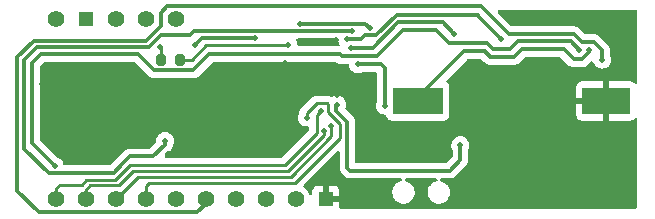
<source format=gbl>
G04 #@! TF.GenerationSoftware,KiCad,Pcbnew,6.0.8-f2edbf62ab~116~ubuntu20.04.1*
G04 #@! TF.CreationDate,2022-10-29T07:55:17+02:00*
G04 #@! TF.ProjectId,tinypico-goodisplay,74696e79-7069-4636-9f2d-676f6f646973,rev?*
G04 #@! TF.SameCoordinates,Original*
G04 #@! TF.FileFunction,Copper,L2,Bot*
G04 #@! TF.FilePolarity,Positive*
%FSLAX46Y46*%
G04 Gerber Fmt 4.6, Leading zero omitted, Abs format (unit mm)*
G04 Created by KiCad (PCBNEW 6.0.8-f2edbf62ab~116~ubuntu20.04.1) date 2022-10-29 07:55:17*
%MOMM*%
%LPD*%
G01*
G04 APERTURE LIST*
G04 Aperture macros list*
%AMRoundRect*
0 Rectangle with rounded corners*
0 $1 Rounding radius*
0 $2 $3 $4 $5 $6 $7 $8 $9 X,Y pos of 4 corners*
0 Add a 4 corners polygon primitive as box body*
4,1,4,$2,$3,$4,$5,$6,$7,$8,$9,$2,$3,0*
0 Add four circle primitives for the rounded corners*
1,1,$1+$1,$2,$3*
1,1,$1+$1,$4,$5*
1,1,$1+$1,$6,$7*
1,1,$1+$1,$8,$9*
0 Add four rect primitives between the rounded corners*
20,1,$1+$1,$2,$3,$4,$5,0*
20,1,$1+$1,$4,$5,$6,$7,0*
20,1,$1+$1,$6,$7,$8,$9,0*
20,1,$1+$1,$8,$9,$2,$3,0*%
G04 Aperture macros list end*
G04 #@! TA.AperFunction,ComponentPad*
%ADD10C,1.422400*%
G04 #@! TD*
G04 #@! TA.AperFunction,ComponentPad*
%ADD11R,1.270000X1.270000*%
G04 #@! TD*
G04 #@! TA.AperFunction,SMDPad,CuDef*
%ADD12R,4.350000X2.300000*%
G04 #@! TD*
G04 #@! TA.AperFunction,SMDPad,CuDef*
%ADD13R,4.040000X2.300000*%
G04 #@! TD*
G04 #@! TA.AperFunction,SMDPad,CuDef*
%ADD14RoundRect,0.200000X0.200000X0.275000X-0.200000X0.275000X-0.200000X-0.275000X0.200000X-0.275000X0*%
G04 #@! TD*
G04 #@! TA.AperFunction,ViaPad*
%ADD15C,0.500000*%
G04 #@! TD*
G04 #@! TA.AperFunction,Conductor*
%ADD16C,0.250000*%
G04 #@! TD*
G04 #@! TA.AperFunction,Conductor*
%ADD17C,0.350000*%
G04 #@! TD*
G04 #@! TA.AperFunction,Conductor*
%ADD18C,0.300000*%
G04 #@! TD*
G04 APERTURE END LIST*
D10*
X76254000Y-36080000D03*
D11*
X78794000Y-36080000D03*
D10*
X81334000Y-36080000D03*
X83874000Y-36080000D03*
X86414000Y-36080000D03*
D11*
X99114000Y-51320000D03*
D10*
X96574000Y-51320000D03*
X94034000Y-51320000D03*
X91494000Y-51320000D03*
X88954000Y-51320000D03*
X86414000Y-51320000D03*
X83874000Y-51320000D03*
X81334000Y-51320000D03*
X78794000Y-51320000D03*
X76254000Y-51320000D03*
D12*
X106895000Y-43000000D03*
D13*
X122860000Y-43000000D03*
D14*
X86775000Y-39500000D03*
X85125000Y-39500000D03*
D15*
X100100000Y-42500000D03*
X95250000Y-44900000D03*
X124250000Y-50150000D03*
X109450000Y-47450000D03*
X114350000Y-51750000D03*
X75050000Y-41550000D03*
X87250000Y-43150000D03*
X85750000Y-47450000D03*
X123100000Y-45550000D03*
X112550000Y-40050000D03*
X99950000Y-37850000D03*
X95700000Y-39750000D03*
X85100000Y-38400000D03*
X95950000Y-38250000D03*
X121400000Y-38700000D03*
X97500000Y-44400000D03*
X99550000Y-45100000D03*
X98950000Y-45550000D03*
X98700000Y-43850000D03*
X88000000Y-38250000D03*
X93100000Y-37650000D03*
X113950000Y-37750000D03*
X100900000Y-37750000D03*
X110500000Y-46750000D03*
X100050000Y-43300000D03*
X101250000Y-38500000D03*
X110000000Y-37350000D03*
X101350000Y-37050000D03*
X104100000Y-43400000D03*
X85500000Y-46400000D03*
X101850000Y-39900000D03*
X102850000Y-36850000D03*
X96950000Y-36450000D03*
X122500000Y-39500000D03*
X76150000Y-48500000D03*
X120550000Y-38650000D03*
D16*
X85125000Y-39500000D02*
X85125000Y-38425000D01*
X85125000Y-38425000D02*
X85100000Y-38400000D01*
X89000000Y-38250000D02*
X87750000Y-39500000D01*
X87750000Y-39500000D02*
X86775000Y-39500000D01*
X95950000Y-38250000D02*
X89000000Y-38250000D01*
D17*
X121400000Y-38850000D02*
X120800000Y-39450000D01*
X120800000Y-39450000D02*
X120100000Y-39450000D01*
X121400000Y-38700000D02*
X121400000Y-38850000D01*
X120100000Y-39450000D02*
X119250000Y-38600000D01*
X115700000Y-38600000D02*
X115050000Y-39250000D01*
X115050000Y-39250000D02*
X113050000Y-39250000D01*
X113050000Y-39250000D02*
X112600000Y-38800000D01*
X110800000Y-38800000D02*
X106895000Y-42705000D01*
X119250000Y-38600000D02*
X115700000Y-38600000D01*
X112600000Y-38800000D02*
X110800000Y-38800000D01*
D16*
X99250000Y-43200000D02*
X98350000Y-43200000D01*
X97500000Y-44050000D02*
X97500000Y-44400000D01*
X93770000Y-49930000D02*
X96520000Y-49930000D01*
X100300000Y-46150000D02*
X100300000Y-44950000D01*
X84170000Y-49930000D02*
X83874000Y-50226000D01*
X98350000Y-43200000D02*
X97500000Y-44050000D01*
X99300000Y-43250000D02*
X99250000Y-43200000D01*
X99650000Y-44300000D02*
X99300000Y-43950000D01*
X99800000Y-44450000D02*
X99650000Y-44300000D01*
X100300000Y-44950000D02*
X99800000Y-44450000D01*
X99300000Y-43950000D02*
X99300000Y-43250000D01*
X93770000Y-49930000D02*
X84170000Y-49930000D01*
X83874000Y-50226000D02*
X83874000Y-51320000D01*
X96520000Y-49930000D02*
X100300000Y-46150000D01*
X99550000Y-46000000D02*
X99550000Y-45100000D01*
X83234000Y-49420000D02*
X93420000Y-49420000D01*
X81350000Y-51304000D02*
X83194000Y-49460000D01*
X81334000Y-51320000D02*
X81350000Y-51304000D01*
X83194000Y-49460000D02*
X83234000Y-49420000D01*
X93420000Y-49420000D02*
X96130000Y-49420000D01*
X96130000Y-49420000D02*
X99550000Y-46000000D01*
X79175000Y-50125000D02*
X78794000Y-50506000D01*
X78794000Y-50506000D02*
X78794000Y-51320000D01*
X95875000Y-48925000D02*
X98950000Y-45850000D01*
X82825000Y-48925000D02*
X81625000Y-50125000D01*
X98950000Y-45850000D02*
X98950000Y-45550000D01*
X93375000Y-48925000D02*
X82825000Y-48925000D01*
X81625000Y-50125000D02*
X79175000Y-50125000D01*
X93375000Y-48925000D02*
X95875000Y-48925000D01*
X78450000Y-50075000D02*
X76575000Y-50075000D01*
X92750000Y-48450000D02*
X95650000Y-48450000D01*
X76254000Y-50396000D02*
X76254000Y-51320000D01*
X82525000Y-48450000D02*
X81300000Y-49675000D01*
X78850000Y-49675000D02*
X78450000Y-50075000D01*
X92750000Y-48450000D02*
X82525000Y-48450000D01*
X98350000Y-44200000D02*
X98700000Y-43850000D01*
X81300000Y-49675000D02*
X78850000Y-49675000D01*
X95650000Y-48450000D02*
X98350000Y-45750000D01*
X98350000Y-45750000D02*
X98350000Y-44200000D01*
X76575000Y-50075000D02*
X76254000Y-50396000D01*
D18*
X88600000Y-37650000D02*
X88000000Y-38250000D01*
X93100000Y-37650000D02*
X88600000Y-37650000D01*
X113950000Y-37750000D02*
X112000000Y-35800000D01*
X112000000Y-35750000D02*
X105100000Y-35750000D01*
X103400000Y-37450000D02*
X102400000Y-37450000D01*
X102100000Y-37750000D02*
X100900000Y-37750000D01*
X112000000Y-35800000D02*
X112000000Y-35750000D01*
X102400000Y-37450000D02*
X102100000Y-37750000D01*
X105100000Y-35750000D02*
X103400000Y-37450000D01*
X100000000Y-43350000D02*
X100050000Y-43300000D01*
X110500000Y-48000000D02*
X109600000Y-48900000D01*
X109600000Y-48900000D02*
X101200000Y-48900000D01*
X100950000Y-48650000D02*
X100950000Y-44800000D01*
X101200000Y-48900000D02*
X100950000Y-48650000D01*
X100000000Y-43850000D02*
X100000000Y-43350000D01*
X110500000Y-46750000D02*
X110500000Y-48000000D01*
X100950000Y-44800000D02*
X100000000Y-43850000D01*
D17*
X109000000Y-36350000D02*
X110000000Y-37350000D01*
X103100000Y-38500000D02*
X101250000Y-38500000D01*
X105250000Y-36350000D02*
X109000000Y-36350000D01*
X105250000Y-36350000D02*
X103100000Y-38500000D01*
D18*
X81900000Y-48350000D02*
X82550000Y-47700000D01*
X84125000Y-38425000D02*
X74675000Y-38425000D01*
X74675000Y-38425000D02*
X73600000Y-39500000D01*
X73600000Y-39500000D02*
X73600000Y-47050000D01*
X82550000Y-47700000D02*
X84500000Y-47700000D01*
X87600000Y-37400000D02*
X87775000Y-37225000D01*
X85500000Y-46700000D02*
X85500000Y-46400000D01*
X75650000Y-49100000D02*
X81150000Y-49100000D01*
X84500000Y-47700000D02*
X85500000Y-46700000D01*
X104100000Y-40200000D02*
X104100000Y-43400000D01*
X81150000Y-49100000D02*
X81900000Y-48350000D01*
X73600000Y-47050000D02*
X75650000Y-49100000D01*
X87950000Y-37050000D02*
X87775000Y-37225000D01*
X101850000Y-39900000D02*
X103800000Y-39900000D01*
X87250000Y-37400000D02*
X87600000Y-37400000D01*
X101350000Y-37050000D02*
X87950000Y-37050000D01*
X85150000Y-37400000D02*
X87250000Y-37400000D01*
X85150000Y-37400000D02*
X84125000Y-38425000D01*
X103800000Y-39900000D02*
X104100000Y-40200000D01*
X96950000Y-36450000D02*
X102450000Y-36450000D01*
X102450000Y-36450000D02*
X102850000Y-36850000D01*
X74800000Y-52400000D02*
X88250000Y-52400000D01*
X73000000Y-39300000D02*
X73000000Y-50600000D01*
X120150000Y-37350000D02*
X114600000Y-37350000D01*
X112250000Y-35000000D02*
X85700000Y-35000000D01*
X122500000Y-39500000D02*
X122500000Y-38700000D01*
X120800000Y-38000000D02*
X120150000Y-37350000D01*
X85700000Y-35000000D02*
X85125000Y-35575000D01*
X74400000Y-37900000D02*
X73000000Y-39300000D01*
X114600000Y-37350000D02*
X112250000Y-35000000D01*
X83850000Y-37900000D02*
X74400000Y-37900000D01*
X73000000Y-50600000D02*
X74800000Y-52400000D01*
X122500000Y-38700000D02*
X121800000Y-38000000D01*
X85125000Y-36625000D02*
X83850000Y-37900000D01*
X88250000Y-52400000D02*
X88954000Y-51696000D01*
X88954000Y-51696000D02*
X88954000Y-51320000D01*
X121800000Y-38000000D02*
X120800000Y-38000000D01*
X85125000Y-35575000D02*
X85125000Y-36625000D01*
D17*
X115350000Y-37950000D02*
X119850000Y-37950000D01*
X103450000Y-39200000D02*
X105650000Y-37000000D01*
X76150000Y-48500000D02*
X74250000Y-46600000D01*
X83200000Y-39000000D02*
X84600000Y-40400000D01*
X75000000Y-39000000D02*
X83200000Y-39000000D01*
X74250000Y-46600000D02*
X74250000Y-39750000D01*
X100450000Y-39200000D02*
X103450000Y-39200000D01*
X113250000Y-38600000D02*
X114700000Y-38600000D01*
X89250000Y-39050000D02*
X100300000Y-39050000D01*
X100300000Y-39050000D02*
X100450000Y-39200000D01*
X114700000Y-38600000D02*
X115350000Y-37950000D01*
X109550000Y-38100000D02*
X112750000Y-38100000D01*
X105650000Y-37000000D02*
X108450000Y-37000000D01*
X74250000Y-39750000D02*
X75000000Y-39000000D01*
X119850000Y-37950000D02*
X120550000Y-38650000D01*
X112750000Y-38100000D02*
X113250000Y-38600000D01*
X108450000Y-37000000D02*
X109550000Y-38100000D01*
X84600000Y-40400000D02*
X87900000Y-40400000D01*
X87900000Y-40400000D02*
X89250000Y-39050000D01*
G04 #@! TA.AperFunction,Conductor*
G36*
X125433621Y-35328502D02*
G01*
X125480114Y-35382158D01*
X125491500Y-35434500D01*
X125491500Y-41440579D01*
X125471498Y-41508700D01*
X125417842Y-41555193D01*
X125347568Y-41565297D01*
X125282988Y-41535803D01*
X125264673Y-41516143D01*
X125248284Y-41494275D01*
X125235724Y-41481715D01*
X125133649Y-41405214D01*
X125118054Y-41396676D01*
X124997606Y-41351522D01*
X124982351Y-41347895D01*
X124931486Y-41342369D01*
X124924672Y-41342000D01*
X123132115Y-41342000D01*
X123116876Y-41346475D01*
X123115671Y-41347865D01*
X123114000Y-41355548D01*
X123114000Y-44639884D01*
X123118475Y-44655123D01*
X123119865Y-44656328D01*
X123127548Y-44657999D01*
X124924669Y-44657999D01*
X124931490Y-44657629D01*
X124982352Y-44652105D01*
X124997604Y-44648479D01*
X125118054Y-44603324D01*
X125133649Y-44594786D01*
X125235724Y-44518285D01*
X125248284Y-44505725D01*
X125264673Y-44483857D01*
X125321532Y-44441341D01*
X125392351Y-44436315D01*
X125454644Y-44470375D01*
X125488635Y-44532705D01*
X125491500Y-44559421D01*
X125491500Y-51985500D01*
X125471498Y-52053621D01*
X125417842Y-52100114D01*
X125365500Y-52111500D01*
X100383000Y-52111500D01*
X100314879Y-52091498D01*
X100268386Y-52037842D01*
X100257000Y-51985500D01*
X100257000Y-51592115D01*
X100252525Y-51576876D01*
X100251135Y-51575671D01*
X100243452Y-51574000D01*
X98986000Y-51574000D01*
X98917879Y-51553998D01*
X98871386Y-51500342D01*
X98860000Y-51448000D01*
X98860000Y-51047885D01*
X99368000Y-51047885D01*
X99372475Y-51063124D01*
X99373865Y-51064329D01*
X99381548Y-51066000D01*
X100238884Y-51066000D01*
X100254123Y-51061525D01*
X100255328Y-51060135D01*
X100256999Y-51052452D01*
X100256999Y-50640331D01*
X100256629Y-50633510D01*
X100251105Y-50582648D01*
X100247479Y-50567396D01*
X100202324Y-50446946D01*
X100193786Y-50431351D01*
X100117285Y-50329276D01*
X100104724Y-50316715D01*
X100002649Y-50240214D01*
X99987054Y-50231676D01*
X99866606Y-50186522D01*
X99851351Y-50182895D01*
X99800486Y-50177369D01*
X99793672Y-50177000D01*
X99386115Y-50177000D01*
X99370876Y-50181475D01*
X99369671Y-50182865D01*
X99368000Y-50190548D01*
X99368000Y-51047885D01*
X98860000Y-51047885D01*
X98860000Y-50195116D01*
X98855525Y-50179877D01*
X98854135Y-50178672D01*
X98846452Y-50177001D01*
X98434331Y-50177001D01*
X98427510Y-50177371D01*
X98376648Y-50182895D01*
X98361396Y-50186521D01*
X98240946Y-50231676D01*
X98225351Y-50240214D01*
X98123276Y-50316715D01*
X98110715Y-50329276D01*
X98034214Y-50431351D01*
X98025676Y-50446946D01*
X97980522Y-50567394D01*
X97976895Y-50582649D01*
X97971369Y-50633514D01*
X97971000Y-50640328D01*
X97971000Y-50865261D01*
X97950998Y-50933382D01*
X97897342Y-50979875D01*
X97827068Y-50989979D01*
X97762488Y-50960485D01*
X97726598Y-50908354D01*
X97725945Y-50906561D01*
X97724521Y-50901245D01*
X97668176Y-50780412D01*
X97636652Y-50712808D01*
X97636649Y-50712803D01*
X97634326Y-50707821D01*
X97628561Y-50699588D01*
X97515072Y-50537508D01*
X97515070Y-50537505D01*
X97511913Y-50532997D01*
X97361003Y-50382087D01*
X97356492Y-50378928D01*
X97250397Y-50304639D01*
X97206069Y-50249181D01*
X97198760Y-50178562D01*
X97233573Y-50112331D01*
X100076405Y-47269499D01*
X100138717Y-47235473D01*
X100209532Y-47240538D01*
X100266368Y-47283085D01*
X100291179Y-47349605D01*
X100291500Y-47358594D01*
X100291500Y-48567944D01*
X100290941Y-48579800D01*
X100289212Y-48587537D01*
X100289461Y-48595459D01*
X100291438Y-48658369D01*
X100291500Y-48662327D01*
X100291500Y-48691432D01*
X100292056Y-48695832D01*
X100292988Y-48707664D01*
X100294438Y-48753831D01*
X100296650Y-48761444D01*
X100296650Y-48761445D01*
X100300419Y-48774416D01*
X100304430Y-48793782D01*
X100307118Y-48815064D01*
X100310034Y-48822429D01*
X100310035Y-48822433D01*
X100324126Y-48858021D01*
X100327965Y-48869231D01*
X100340855Y-48913600D01*
X100351775Y-48932065D01*
X100360466Y-48949805D01*
X100368365Y-48969756D01*
X100395516Y-49007126D01*
X100402033Y-49017048D01*
X100421507Y-49049977D01*
X100421510Y-49049981D01*
X100425547Y-49056807D01*
X100440711Y-49071971D01*
X100453551Y-49087004D01*
X100466159Y-49104357D01*
X100472265Y-49109408D01*
X100501759Y-49133808D01*
X100510538Y-49141798D01*
X100676341Y-49307601D01*
X100684329Y-49316379D01*
X100684338Y-49316389D01*
X100688584Y-49323080D01*
X100694360Y-49328504D01*
X100740273Y-49371619D01*
X100743115Y-49374374D01*
X100763667Y-49394926D01*
X100766801Y-49397357D01*
X100767163Y-49397638D01*
X100776191Y-49405348D01*
X100809867Y-49436972D01*
X100816818Y-49440793D01*
X100816819Y-49440794D01*
X100828655Y-49447301D01*
X100845184Y-49458158D01*
X100855869Y-49466447D01*
X100855871Y-49466448D01*
X100862131Y-49471304D01*
X100904544Y-49489657D01*
X100915181Y-49494868D01*
X100955663Y-49517124D01*
X100963342Y-49519096D01*
X100963343Y-49519096D01*
X100976434Y-49522457D01*
X100995136Y-49528859D01*
X101014823Y-49537379D01*
X101022652Y-49538619D01*
X101060448Y-49544605D01*
X101072074Y-49547013D01*
X101109135Y-49556529D01*
X101109136Y-49556529D01*
X101116812Y-49558500D01*
X101138258Y-49558500D01*
X101157968Y-49560051D01*
X101179151Y-49563406D01*
X101225135Y-49559059D01*
X101236994Y-49558500D01*
X105451264Y-49558500D01*
X105519385Y-49578502D01*
X105565878Y-49632158D01*
X105575982Y-49702432D01*
X105546488Y-49767012D01*
X105488943Y-49804734D01*
X105314037Y-49859546D01*
X105144705Y-49953409D01*
X105139857Y-49957565D01*
X105139856Y-49957565D01*
X105007557Y-50070959D01*
X104997705Y-50079403D01*
X104993788Y-50084453D01*
X104907949Y-50195116D01*
X104879042Y-50232382D01*
X104793564Y-50406098D01*
X104791956Y-50412272D01*
X104791955Y-50412274D01*
X104747575Y-50582649D01*
X104744761Y-50593453D01*
X104744427Y-50599832D01*
X104736112Y-50758500D01*
X104734629Y-50786794D01*
X104763580Y-50978224D01*
X104765783Y-50984210D01*
X104765784Y-50984216D01*
X104795875Y-51066000D01*
X104830432Y-51159922D01*
X104833790Y-51165338D01*
X104833792Y-51165342D01*
X104929091Y-51319044D01*
X104929094Y-51319048D01*
X104932454Y-51324467D01*
X104936840Y-51329105D01*
X105008380Y-51404756D01*
X105065479Y-51465137D01*
X105224072Y-51576185D01*
X105401755Y-51653076D01*
X105591271Y-51692667D01*
X105597624Y-51693000D01*
X105739788Y-51693000D01*
X105808074Y-51686064D01*
X105877667Y-51678995D01*
X105877668Y-51678995D01*
X105884016Y-51678350D01*
X106068763Y-51620454D01*
X106238095Y-51526591D01*
X106262317Y-51505830D01*
X106380243Y-51404756D01*
X106380245Y-51404754D01*
X106385095Y-51400597D01*
X106448354Y-51319044D01*
X106499842Y-51252667D01*
X106499844Y-51252664D01*
X106503758Y-51247618D01*
X106589236Y-51073902D01*
X106591295Y-51066000D01*
X106636429Y-50892728D01*
X106638039Y-50886547D01*
X106642097Y-50809115D01*
X106647837Y-50699588D01*
X106647837Y-50699584D01*
X106648171Y-50693206D01*
X106619220Y-50501776D01*
X106617017Y-50495790D01*
X106617016Y-50495784D01*
X106574021Y-50378928D01*
X106552368Y-50320078D01*
X106549010Y-50314662D01*
X106549008Y-50314658D01*
X106453709Y-50160956D01*
X106453706Y-50160952D01*
X106450346Y-50155533D01*
X106383129Y-50084453D01*
X106321710Y-50019504D01*
X106321709Y-50019503D01*
X106317321Y-50014863D01*
X106158728Y-49903815D01*
X105981045Y-49826924D01*
X105889678Y-49807837D01*
X105827087Y-49774328D01*
X105792549Y-49712299D01*
X105797029Y-49641444D01*
X105839105Y-49584259D01*
X105905418Y-49558900D01*
X105915444Y-49558500D01*
X108448464Y-49558500D01*
X108516585Y-49578502D01*
X108563078Y-49632158D01*
X108573182Y-49702432D01*
X108543688Y-49767012D01*
X108486143Y-49804734D01*
X108311237Y-49859546D01*
X108141905Y-49953409D01*
X108137057Y-49957565D01*
X108137056Y-49957565D01*
X108004757Y-50070959D01*
X107994905Y-50079403D01*
X107990988Y-50084453D01*
X107905149Y-50195116D01*
X107876242Y-50232382D01*
X107790764Y-50406098D01*
X107789156Y-50412272D01*
X107789155Y-50412274D01*
X107744775Y-50582649D01*
X107741961Y-50593453D01*
X107741627Y-50599832D01*
X107733312Y-50758500D01*
X107731829Y-50786794D01*
X107760780Y-50978224D01*
X107762983Y-50984210D01*
X107762984Y-50984216D01*
X107793075Y-51066000D01*
X107827632Y-51159922D01*
X107830990Y-51165338D01*
X107830992Y-51165342D01*
X107926291Y-51319044D01*
X107926294Y-51319048D01*
X107929654Y-51324467D01*
X107934040Y-51329105D01*
X108005580Y-51404756D01*
X108062679Y-51465137D01*
X108221272Y-51576185D01*
X108398955Y-51653076D01*
X108588471Y-51692667D01*
X108594824Y-51693000D01*
X108736988Y-51693000D01*
X108805274Y-51686064D01*
X108874867Y-51678995D01*
X108874868Y-51678995D01*
X108881216Y-51678350D01*
X109065963Y-51620454D01*
X109235295Y-51526591D01*
X109259517Y-51505830D01*
X109377443Y-51404756D01*
X109377445Y-51404754D01*
X109382295Y-51400597D01*
X109445554Y-51319044D01*
X109497042Y-51252667D01*
X109497044Y-51252664D01*
X109500958Y-51247618D01*
X109586436Y-51073902D01*
X109588495Y-51066000D01*
X109633629Y-50892728D01*
X109635239Y-50886547D01*
X109639297Y-50809115D01*
X109645037Y-50699588D01*
X109645037Y-50699584D01*
X109645371Y-50693206D01*
X109616420Y-50501776D01*
X109614217Y-50495790D01*
X109614216Y-50495784D01*
X109571221Y-50378928D01*
X109549568Y-50320078D01*
X109546210Y-50314662D01*
X109546208Y-50314658D01*
X109450909Y-50160956D01*
X109450906Y-50160952D01*
X109447546Y-50155533D01*
X109380329Y-50084453D01*
X109318910Y-50019504D01*
X109318909Y-50019503D01*
X109314521Y-50014863D01*
X109155928Y-49903815D01*
X108978245Y-49826924D01*
X108886878Y-49807837D01*
X108824287Y-49774328D01*
X108789749Y-49712299D01*
X108794229Y-49641444D01*
X108836305Y-49584259D01*
X108902618Y-49558900D01*
X108912644Y-49558500D01*
X109517944Y-49558500D01*
X109529800Y-49559059D01*
X109529803Y-49559059D01*
X109537537Y-49560788D01*
X109608369Y-49558562D01*
X109612327Y-49558500D01*
X109641432Y-49558500D01*
X109645832Y-49557944D01*
X109657664Y-49557012D01*
X109703831Y-49555562D01*
X109724421Y-49549580D01*
X109743782Y-49545570D01*
X109751424Y-49544605D01*
X109757204Y-49543875D01*
X109757205Y-49543875D01*
X109765064Y-49542882D01*
X109772429Y-49539966D01*
X109772433Y-49539965D01*
X109808021Y-49525874D01*
X109819231Y-49522035D01*
X109863600Y-49509145D01*
X109882065Y-49498225D01*
X109899805Y-49489534D01*
X109919756Y-49481635D01*
X109957129Y-49454482D01*
X109967048Y-49447967D01*
X109999977Y-49428493D01*
X109999981Y-49428490D01*
X110006807Y-49424453D01*
X110021971Y-49409289D01*
X110037005Y-49396448D01*
X110047943Y-49388501D01*
X110054357Y-49383841D01*
X110083803Y-49348247D01*
X110091792Y-49339468D01*
X110907605Y-48523655D01*
X110916385Y-48515665D01*
X110916387Y-48515663D01*
X110923080Y-48511416D01*
X110971605Y-48459742D01*
X110974359Y-48456901D01*
X110994927Y-48436333D01*
X110997647Y-48432826D01*
X111005353Y-48423804D01*
X111036972Y-48390133D01*
X111040794Y-48383181D01*
X111047303Y-48371342D01*
X111058157Y-48354818D01*
X111066443Y-48344135D01*
X111066444Y-48344134D01*
X111071304Y-48337868D01*
X111089654Y-48295464D01*
X111094869Y-48284819D01*
X111117124Y-48244337D01*
X111119094Y-48236663D01*
X111119097Y-48236656D01*
X111122455Y-48223574D01*
X111128861Y-48204862D01*
X111134233Y-48192448D01*
X111137380Y-48185177D01*
X111138700Y-48176846D01*
X111144607Y-48139544D01*
X111147012Y-48127930D01*
X111158500Y-48083188D01*
X111158500Y-48061742D01*
X111160051Y-48042032D01*
X111162166Y-48028678D01*
X111162166Y-48028677D01*
X111163406Y-48020848D01*
X111159059Y-47974859D01*
X111158500Y-47963004D01*
X111158500Y-47167343D01*
X111172434Y-47109747D01*
X111174990Y-47104773D01*
X111178891Y-47098902D01*
X111239319Y-46939825D01*
X111263001Y-46771313D01*
X111263165Y-46759574D01*
X111263244Y-46753961D01*
X111263244Y-46753955D01*
X111263299Y-46750000D01*
X111244331Y-46580892D01*
X111188368Y-46420189D01*
X111182383Y-46410610D01*
X111146877Y-46353790D01*
X111098192Y-46275879D01*
X110978286Y-46155132D01*
X110962039Y-46144821D01*
X110844437Y-46070189D01*
X110834608Y-46063951D01*
X110674300Y-46006868D01*
X110505329Y-45986720D01*
X110498326Y-45987456D01*
X110498325Y-45987456D01*
X110343101Y-46003770D01*
X110343097Y-46003771D01*
X110336093Y-46004507D01*
X110329422Y-46006778D01*
X110181673Y-46057075D01*
X110181670Y-46057076D01*
X110175003Y-46059346D01*
X110169005Y-46063036D01*
X110169003Y-46063037D01*
X110036065Y-46144821D01*
X110036063Y-46144823D01*
X110030066Y-46148512D01*
X109908486Y-46267573D01*
X109904675Y-46273487D01*
X109904673Y-46273489D01*
X109825491Y-46396355D01*
X109816304Y-46410610D01*
X109758103Y-46570516D01*
X109736775Y-46739343D01*
X109753381Y-46908699D01*
X109807094Y-47070167D01*
X109810741Y-47076189D01*
X109810742Y-47076191D01*
X109823276Y-47096887D01*
X109841500Y-47162158D01*
X109841500Y-47675050D01*
X109821498Y-47743171D01*
X109804595Y-47764146D01*
X109364144Y-48204596D01*
X109301832Y-48238621D01*
X109275049Y-48241500D01*
X101734500Y-48241500D01*
X101666379Y-48221498D01*
X101619886Y-48167842D01*
X101608500Y-48115500D01*
X101608500Y-44882059D01*
X101609059Y-44870203D01*
X101610789Y-44862463D01*
X101608562Y-44791611D01*
X101608500Y-44787653D01*
X101608500Y-44758568D01*
X101607946Y-44754179D01*
X101607013Y-44742337D01*
X101605811Y-44704094D01*
X101605562Y-44696169D01*
X101599580Y-44675579D01*
X101595570Y-44656216D01*
X101593875Y-44642796D01*
X101593875Y-44642795D01*
X101592882Y-44634936D01*
X101589966Y-44627571D01*
X101589965Y-44627567D01*
X101575874Y-44591979D01*
X101572035Y-44580769D01*
X101559145Y-44536400D01*
X101548225Y-44517935D01*
X101539534Y-44500195D01*
X101531635Y-44480244D01*
X101504482Y-44442871D01*
X101497967Y-44432952D01*
X101478493Y-44400023D01*
X101478490Y-44400019D01*
X101474453Y-44393193D01*
X101459289Y-44378029D01*
X101446448Y-44362995D01*
X101438501Y-44352057D01*
X101433841Y-44345643D01*
X101398247Y-44316197D01*
X101389468Y-44308208D01*
X100786880Y-43705620D01*
X100752854Y-43643308D01*
X100758187Y-43571782D01*
X100786815Y-43496417D01*
X100786815Y-43496416D01*
X100789319Y-43489825D01*
X100813001Y-43321313D01*
X100813299Y-43300000D01*
X100794331Y-43130892D01*
X100738368Y-42970189D01*
X100648192Y-42825879D01*
X100528286Y-42705132D01*
X100513043Y-42695458D01*
X100472810Y-42669926D01*
X100384608Y-42613951D01*
X100224300Y-42556868D01*
X100055329Y-42536720D01*
X100048326Y-42537456D01*
X100048325Y-42537456D01*
X99893101Y-42553770D01*
X99893097Y-42553771D01*
X99886093Y-42554507D01*
X99879422Y-42556778D01*
X99731673Y-42607075D01*
X99731670Y-42607076D01*
X99725003Y-42609346D01*
X99719004Y-42613036D01*
X99719003Y-42613037D01*
X99679780Y-42637167D01*
X99611278Y-42655825D01*
X99563719Y-42645486D01*
X99534460Y-42632825D01*
X99523813Y-42627609D01*
X99485060Y-42606305D01*
X99465437Y-42601267D01*
X99446734Y-42594863D01*
X99435420Y-42589967D01*
X99435419Y-42589967D01*
X99428145Y-42586819D01*
X99420322Y-42585580D01*
X99420312Y-42585577D01*
X99384476Y-42579901D01*
X99372856Y-42577495D01*
X99337711Y-42568472D01*
X99337710Y-42568472D01*
X99330030Y-42566500D01*
X99309776Y-42566500D01*
X99290065Y-42564949D01*
X99277886Y-42563020D01*
X99270057Y-42561780D01*
X99240786Y-42564547D01*
X99226039Y-42565941D01*
X99214181Y-42566500D01*
X98428768Y-42566500D01*
X98417585Y-42565973D01*
X98410092Y-42564298D01*
X98402166Y-42564547D01*
X98402165Y-42564547D01*
X98342002Y-42566438D01*
X98338044Y-42566500D01*
X98310144Y-42566500D01*
X98306154Y-42567004D01*
X98294320Y-42567936D01*
X98250111Y-42569326D01*
X98242495Y-42571539D01*
X98242493Y-42571539D01*
X98230652Y-42574979D01*
X98211293Y-42578988D01*
X98209983Y-42579154D01*
X98191203Y-42581526D01*
X98183837Y-42584442D01*
X98183831Y-42584444D01*
X98150098Y-42597800D01*
X98138868Y-42601645D01*
X98104017Y-42611770D01*
X98096407Y-42613981D01*
X98089584Y-42618016D01*
X98078966Y-42624295D01*
X98061213Y-42632992D01*
X98053568Y-42636019D01*
X98042383Y-42640448D01*
X98035968Y-42645109D01*
X98006612Y-42666437D01*
X97996695Y-42672951D01*
X97958638Y-42695458D01*
X97944317Y-42709779D01*
X97929284Y-42722619D01*
X97912893Y-42734528D01*
X97907842Y-42740633D01*
X97907837Y-42740638D01*
X97884701Y-42768604D01*
X97876713Y-42777382D01*
X97107747Y-43546348D01*
X97099461Y-43553888D01*
X97092982Y-43558000D01*
X97087557Y-43563777D01*
X97046357Y-43607651D01*
X97043602Y-43610493D01*
X97023865Y-43630230D01*
X97021385Y-43633427D01*
X97013682Y-43642447D01*
X96983414Y-43674679D01*
X96979595Y-43681625D01*
X96979593Y-43681628D01*
X96973652Y-43692434D01*
X96962801Y-43708953D01*
X96950386Y-43724959D01*
X96947241Y-43732228D01*
X96947238Y-43732232D01*
X96932826Y-43765537D01*
X96927609Y-43776187D01*
X96906305Y-43814940D01*
X96904334Y-43822615D01*
X96904334Y-43822616D01*
X96901267Y-43834562D01*
X96894863Y-43853266D01*
X96886819Y-43871855D01*
X96885580Y-43879678D01*
X96885577Y-43879688D01*
X96879901Y-43915524D01*
X96877495Y-43927144D01*
X96866500Y-43969969D01*
X96864268Y-43969396D01*
X96850234Y-44007961D01*
X96816304Y-44060610D01*
X96813894Y-44067232D01*
X96767511Y-44194669D01*
X96758103Y-44220516D01*
X96736775Y-44389343D01*
X96753381Y-44558699D01*
X96755605Y-44565384D01*
X96755605Y-44565385D01*
X96768226Y-44603324D01*
X96807094Y-44720167D01*
X96810741Y-44726189D01*
X96810742Y-44726191D01*
X96830351Y-44758568D01*
X96895246Y-44865723D01*
X97013455Y-44988132D01*
X97155846Y-45081310D01*
X97162450Y-45083766D01*
X97162452Y-45083767D01*
X97235594Y-45110968D01*
X97315341Y-45140626D01*
X97484015Y-45163132D01*
X97491026Y-45162494D01*
X97491030Y-45162494D01*
X97543077Y-45157757D01*
X97579081Y-45154480D01*
X97648733Y-45168225D01*
X97699898Y-45217446D01*
X97716500Y-45279961D01*
X97716500Y-45435406D01*
X97696498Y-45503527D01*
X97679595Y-45524501D01*
X95424500Y-47779595D01*
X95362188Y-47813621D01*
X95335405Y-47816500D01*
X85618950Y-47816500D01*
X85550829Y-47796498D01*
X85504336Y-47742842D01*
X85494232Y-47672568D01*
X85523726Y-47607988D01*
X85529855Y-47601405D01*
X85907605Y-47223655D01*
X85916385Y-47215665D01*
X85916387Y-47215663D01*
X85923080Y-47211416D01*
X85971605Y-47159742D01*
X85974359Y-47156901D01*
X85994927Y-47136333D01*
X85997647Y-47132826D01*
X86005353Y-47123804D01*
X86006083Y-47123027D01*
X86036972Y-47090133D01*
X86043657Y-47077973D01*
X86047303Y-47071342D01*
X86058157Y-47054818D01*
X86066445Y-47044132D01*
X86071304Y-47037868D01*
X86074452Y-47030594D01*
X86089654Y-46995465D01*
X86094876Y-46984805D01*
X86113305Y-46951284D01*
X86113306Y-46951282D01*
X86117124Y-46944337D01*
X86122459Y-46923559D01*
X86128858Y-46904869D01*
X86137380Y-46885176D01*
X86144606Y-46839552D01*
X86147013Y-46827930D01*
X86154705Y-46797970D01*
X86171799Y-46759577D01*
X86178891Y-46748902D01*
X86239319Y-46589825D01*
X86263001Y-46421313D01*
X86263151Y-46410610D01*
X86263244Y-46403961D01*
X86263244Y-46403955D01*
X86263299Y-46400000D01*
X86244331Y-46230892D01*
X86188368Y-46070189D01*
X86182383Y-46060610D01*
X86136210Y-45986720D01*
X86098192Y-45925879D01*
X85978286Y-45805132D01*
X85962039Y-45794821D01*
X85923406Y-45770304D01*
X85834608Y-45713951D01*
X85674300Y-45656868D01*
X85505329Y-45636720D01*
X85498326Y-45637456D01*
X85498325Y-45637456D01*
X85343101Y-45653770D01*
X85343097Y-45653771D01*
X85336093Y-45654507D01*
X85329422Y-45656778D01*
X85181673Y-45707075D01*
X85181670Y-45707076D01*
X85175003Y-45709346D01*
X85169005Y-45713036D01*
X85169003Y-45713037D01*
X85036065Y-45794821D01*
X85036063Y-45794823D01*
X85030066Y-45798512D01*
X84908486Y-45917573D01*
X84904675Y-45923487D01*
X84904673Y-45923489D01*
X84820121Y-46054687D01*
X84816304Y-46060610D01*
X84758103Y-46220516D01*
X84736775Y-46389343D01*
X84743699Y-46459954D01*
X84730440Y-46529701D01*
X84707395Y-46561345D01*
X84264145Y-47004595D01*
X84201833Y-47038621D01*
X84175050Y-47041500D01*
X82632059Y-47041500D01*
X82620203Y-47040941D01*
X82612463Y-47039211D01*
X82604537Y-47039460D01*
X82604536Y-47039460D01*
X82541611Y-47041438D01*
X82537653Y-47041500D01*
X82508568Y-47041500D01*
X82504637Y-47041997D01*
X82504630Y-47041997D01*
X82504179Y-47042054D01*
X82492343Y-47042986D01*
X82446169Y-47044438D01*
X82425579Y-47050420D01*
X82406218Y-47054430D01*
X82403144Y-47054818D01*
X82392796Y-47056125D01*
X82392795Y-47056125D01*
X82384936Y-47057118D01*
X82377571Y-47060034D01*
X82377567Y-47060035D01*
X82341979Y-47074126D01*
X82330769Y-47077965D01*
X82286400Y-47090855D01*
X82267935Y-47101775D01*
X82250195Y-47110466D01*
X82230244Y-47118365D01*
X82192874Y-47145516D01*
X82182952Y-47152033D01*
X82150023Y-47171507D01*
X82150019Y-47171510D01*
X82143193Y-47175547D01*
X82128029Y-47190711D01*
X82112996Y-47203551D01*
X82095643Y-47216159D01*
X82075475Y-47240538D01*
X82066198Y-47251752D01*
X82058208Y-47260532D01*
X80914144Y-48404596D01*
X80851832Y-48438621D01*
X80825049Y-48441500D01*
X77019240Y-48441500D01*
X76951119Y-48421498D01*
X76904626Y-48367842D01*
X76896372Y-48343418D01*
X76895116Y-48337890D01*
X76894331Y-48330892D01*
X76838368Y-48170189D01*
X76748192Y-48025879D01*
X76628286Y-47905132D01*
X76484608Y-47813951D01*
X76427430Y-47793591D01*
X76380602Y-47763987D01*
X74970405Y-46353790D01*
X74936379Y-46291478D01*
X74933500Y-46264695D01*
X74933500Y-40085305D01*
X74953502Y-40017184D01*
X74970405Y-39996210D01*
X75246210Y-39720405D01*
X75308522Y-39686379D01*
X75335305Y-39683500D01*
X82864695Y-39683500D01*
X82932816Y-39703502D01*
X82953790Y-39720405D01*
X84096844Y-40863459D01*
X84102698Y-40869724D01*
X84139290Y-40911670D01*
X84189655Y-40947066D01*
X84194920Y-40950978D01*
X84243328Y-40988935D01*
X84250252Y-40992061D01*
X84254561Y-40994671D01*
X84263976Y-41000042D01*
X84268424Y-41002427D01*
X84274639Y-41006795D01*
X84331957Y-41029142D01*
X84338029Y-41031694D01*
X84394105Y-41057014D01*
X84401582Y-41058400D01*
X84406402Y-41059910D01*
X84416818Y-41062878D01*
X84421698Y-41064131D01*
X84428772Y-41066889D01*
X84436303Y-41067881D01*
X84436305Y-41067881D01*
X84489777Y-41074921D01*
X84496290Y-41075953D01*
X84549299Y-41085777D01*
X84549301Y-41085777D01*
X84556768Y-41087161D01*
X84564349Y-41086724D01*
X84564350Y-41086724D01*
X84616643Y-41083709D01*
X84623895Y-41083500D01*
X87871955Y-41083500D01*
X87880524Y-41083792D01*
X87928458Y-41087060D01*
X87928462Y-41087060D01*
X87936034Y-41087576D01*
X87943511Y-41086271D01*
X87943514Y-41086271D01*
X87996647Y-41076998D01*
X88003171Y-41076035D01*
X88056691Y-41069558D01*
X88064235Y-41068645D01*
X88071345Y-41065958D01*
X88076248Y-41064754D01*
X88086734Y-41061886D01*
X88091526Y-41060439D01*
X88099004Y-41059134D01*
X88105957Y-41056082D01*
X88155341Y-41034405D01*
X88161446Y-41031914D01*
X88211882Y-41012855D01*
X88211885Y-41012853D01*
X88218989Y-41010169D01*
X88225246Y-41005869D01*
X88229714Y-41003533D01*
X88239160Y-40998275D01*
X88243526Y-40995693D01*
X88250485Y-40992638D01*
X88299304Y-40955177D01*
X88304623Y-40951314D01*
X88349065Y-40920769D01*
X88355326Y-40916466D01*
X88395233Y-40871676D01*
X88400213Y-40866402D01*
X89496210Y-39770405D01*
X89558522Y-39736379D01*
X89585305Y-39733500D01*
X99979122Y-39733500D01*
X100047243Y-39753502D01*
X100056868Y-39760346D01*
X100093328Y-39788935D01*
X100100252Y-39792061D01*
X100104561Y-39794671D01*
X100113976Y-39800042D01*
X100118424Y-39802427D01*
X100124639Y-39806795D01*
X100158937Y-39820167D01*
X100181957Y-39829142D01*
X100188029Y-39831694D01*
X100244105Y-39857014D01*
X100251582Y-39858400D01*
X100256402Y-39859910D01*
X100266835Y-39862882D01*
X100271696Y-39864130D01*
X100278772Y-39866889D01*
X100331482Y-39873828D01*
X100339762Y-39874918D01*
X100346278Y-39875950D01*
X100369970Y-39880341D01*
X100406767Y-39887161D01*
X100414347Y-39886724D01*
X100414348Y-39886724D01*
X100466642Y-39883709D01*
X100473894Y-39883500D01*
X100971952Y-39883500D01*
X101040073Y-39903502D01*
X101086566Y-39957158D01*
X101097351Y-39997204D01*
X101103381Y-40058699D01*
X101105605Y-40065384D01*
X101105605Y-40065385D01*
X101118163Y-40103136D01*
X101157094Y-40220167D01*
X101160741Y-40226189D01*
X101160742Y-40226191D01*
X101188909Y-40272699D01*
X101245246Y-40365723D01*
X101363455Y-40488132D01*
X101369351Y-40491990D01*
X101498146Y-40576271D01*
X101505846Y-40581310D01*
X101512450Y-40583766D01*
X101512452Y-40583767D01*
X101548844Y-40597301D01*
X101665341Y-40640626D01*
X101834015Y-40663132D01*
X101841026Y-40662494D01*
X101841030Y-40662494D01*
X101996462Y-40648348D01*
X102003483Y-40647709D01*
X102010185Y-40645531D01*
X102010187Y-40645531D01*
X102158623Y-40597301D01*
X102158626Y-40597300D01*
X102165322Y-40595124D01*
X102196948Y-40576271D01*
X102261466Y-40558500D01*
X103315500Y-40558500D01*
X103383621Y-40578502D01*
X103430114Y-40632158D01*
X103441500Y-40684500D01*
X103441500Y-42984430D01*
X103422751Y-43048129D01*
X103423253Y-43048378D01*
X103421839Y-43051226D01*
X103421409Y-43052688D01*
X103420123Y-43054683D01*
X103420121Y-43054688D01*
X103416304Y-43060610D01*
X103358103Y-43220516D01*
X103336775Y-43389343D01*
X103353381Y-43558699D01*
X103407094Y-43720167D01*
X103410741Y-43726189D01*
X103410742Y-43726191D01*
X103487702Y-43853266D01*
X103495246Y-43865723D01*
X103613455Y-43988132D01*
X103684650Y-44034721D01*
X103734333Y-44067232D01*
X103755846Y-44081310D01*
X103762450Y-44083766D01*
X103762452Y-44083767D01*
X103835594Y-44110968D01*
X103915341Y-44140626D01*
X104084015Y-44163132D01*
X104091032Y-44162493D01*
X104098073Y-44162641D01*
X104098011Y-44165587D01*
X104154746Y-44176810D01*
X104205888Y-44226054D01*
X104217814Y-44256255D01*
X104218255Y-44260316D01*
X104269385Y-44396705D01*
X104356739Y-44513261D01*
X104473295Y-44600615D01*
X104609684Y-44651745D01*
X104671866Y-44658500D01*
X109118134Y-44658500D01*
X109180316Y-44651745D01*
X109316705Y-44600615D01*
X109433261Y-44513261D01*
X109520615Y-44396705D01*
X109571745Y-44260316D01*
X109578500Y-44198134D01*
X109578500Y-44194669D01*
X120332001Y-44194669D01*
X120332371Y-44201490D01*
X120337895Y-44252352D01*
X120341521Y-44267604D01*
X120386676Y-44388054D01*
X120395214Y-44403649D01*
X120471715Y-44505724D01*
X120484276Y-44518285D01*
X120586351Y-44594786D01*
X120601946Y-44603324D01*
X120722394Y-44648478D01*
X120737649Y-44652105D01*
X120788514Y-44657631D01*
X120795328Y-44658000D01*
X122587885Y-44658000D01*
X122603124Y-44653525D01*
X122604329Y-44652135D01*
X122606000Y-44644452D01*
X122606000Y-43272115D01*
X122601525Y-43256876D01*
X122600135Y-43255671D01*
X122592452Y-43254000D01*
X120350116Y-43254000D01*
X120334877Y-43258475D01*
X120333672Y-43259865D01*
X120332001Y-43267548D01*
X120332001Y-44194669D01*
X109578500Y-44194669D01*
X109578500Y-42727885D01*
X120332000Y-42727885D01*
X120336475Y-42743124D01*
X120337865Y-42744329D01*
X120345548Y-42746000D01*
X122587885Y-42746000D01*
X122603124Y-42741525D01*
X122604329Y-42740135D01*
X122606000Y-42732452D01*
X122606000Y-41360116D01*
X122601525Y-41344877D01*
X122600135Y-41343672D01*
X122592452Y-41342001D01*
X120795331Y-41342001D01*
X120788510Y-41342371D01*
X120737648Y-41347895D01*
X120722396Y-41351521D01*
X120601946Y-41396676D01*
X120586351Y-41405214D01*
X120484276Y-41481715D01*
X120471715Y-41494276D01*
X120395214Y-41596351D01*
X120386676Y-41611946D01*
X120341522Y-41732394D01*
X120337895Y-41747649D01*
X120332369Y-41798514D01*
X120332000Y-41805328D01*
X120332000Y-42727885D01*
X109578500Y-42727885D01*
X109578500Y-41801866D01*
X109571745Y-41739684D01*
X109520615Y-41603295D01*
X109433261Y-41486739D01*
X109347558Y-41422508D01*
X109305043Y-41365649D01*
X109300017Y-41294830D01*
X109334028Y-41232587D01*
X111046210Y-39520405D01*
X111108522Y-39486379D01*
X111135305Y-39483500D01*
X112264695Y-39483500D01*
X112332816Y-39503502D01*
X112353790Y-39520405D01*
X112546848Y-39713463D01*
X112552701Y-39719728D01*
X112589290Y-39761670D01*
X112639655Y-39797066D01*
X112644920Y-39800978D01*
X112693328Y-39838935D01*
X112700252Y-39842061D01*
X112704561Y-39844671D01*
X112713976Y-39850042D01*
X112718424Y-39852427D01*
X112724639Y-39856795D01*
X112740252Y-39862882D01*
X112781957Y-39879142D01*
X112788029Y-39881694D01*
X112844105Y-39907014D01*
X112851582Y-39908400D01*
X112856402Y-39909910D01*
X112866835Y-39912882D01*
X112871696Y-39914130D01*
X112878772Y-39916889D01*
X112939019Y-39924820D01*
X112939762Y-39924918D01*
X112946278Y-39925950D01*
X112946737Y-39926035D01*
X113006767Y-39937161D01*
X113014347Y-39936724D01*
X113014348Y-39936724D01*
X113066642Y-39933709D01*
X113073894Y-39933500D01*
X115021955Y-39933500D01*
X115030524Y-39933792D01*
X115078458Y-39937060D01*
X115078462Y-39937060D01*
X115086034Y-39937576D01*
X115093511Y-39936271D01*
X115093514Y-39936271D01*
X115146647Y-39926998D01*
X115153171Y-39926035D01*
X115206691Y-39919558D01*
X115214235Y-39918645D01*
X115221345Y-39915958D01*
X115226248Y-39914754D01*
X115236734Y-39911886D01*
X115241526Y-39910439D01*
X115249004Y-39909134D01*
X115255957Y-39906082D01*
X115305341Y-39884405D01*
X115311446Y-39881914D01*
X115361882Y-39862855D01*
X115361885Y-39862853D01*
X115368989Y-39860169D01*
X115375246Y-39855869D01*
X115379714Y-39853533D01*
X115389160Y-39848275D01*
X115393526Y-39845693D01*
X115400485Y-39842638D01*
X115449304Y-39805177D01*
X115454623Y-39801314D01*
X115499065Y-39770769D01*
X115505326Y-39766466D01*
X115545233Y-39721676D01*
X115550213Y-39716402D01*
X115946210Y-39320405D01*
X116008522Y-39286379D01*
X116035305Y-39283500D01*
X118914695Y-39283500D01*
X118982816Y-39303502D01*
X119003790Y-39320405D01*
X119596844Y-39913459D01*
X119602698Y-39919724D01*
X119639290Y-39961670D01*
X119689652Y-39997066D01*
X119694912Y-40000972D01*
X119743329Y-40038935D01*
X119750254Y-40042062D01*
X119754582Y-40044683D01*
X119763983Y-40050046D01*
X119768425Y-40052428D01*
X119774639Y-40056795D01*
X119781714Y-40059554D01*
X119781717Y-40059555D01*
X119831956Y-40079142D01*
X119838037Y-40081698D01*
X119841062Y-40083064D01*
X119894105Y-40107014D01*
X119901577Y-40108399D01*
X119906378Y-40109903D01*
X119916818Y-40112878D01*
X119921698Y-40114131D01*
X119928772Y-40116889D01*
X119936303Y-40117881D01*
X119936305Y-40117881D01*
X119989777Y-40124921D01*
X119996290Y-40125953D01*
X120049299Y-40135777D01*
X120049301Y-40135777D01*
X120056768Y-40137161D01*
X120064349Y-40136724D01*
X120064350Y-40136724D01*
X120116643Y-40133709D01*
X120123895Y-40133500D01*
X120771955Y-40133500D01*
X120780524Y-40133792D01*
X120828458Y-40137060D01*
X120828462Y-40137060D01*
X120836034Y-40137576D01*
X120843511Y-40136271D01*
X120843514Y-40136271D01*
X120896647Y-40126998D01*
X120903171Y-40126035D01*
X120956691Y-40119558D01*
X120964235Y-40118645D01*
X120971345Y-40115958D01*
X120976248Y-40114754D01*
X120986734Y-40111886D01*
X120991526Y-40110439D01*
X120999004Y-40109134D01*
X121010953Y-40103889D01*
X121055341Y-40084405D01*
X121061446Y-40081914D01*
X121111882Y-40062855D01*
X121111885Y-40062853D01*
X121118989Y-40060169D01*
X121125246Y-40055869D01*
X121129714Y-40053533D01*
X121139160Y-40048275D01*
X121143526Y-40045693D01*
X121150485Y-40042638D01*
X121199304Y-40005177D01*
X121204623Y-40001314D01*
X121249065Y-39970769D01*
X121255326Y-39966466D01*
X121295233Y-39921676D01*
X121300213Y-39916402D01*
X121560332Y-39656283D01*
X121622644Y-39622257D01*
X121693459Y-39627322D01*
X121750295Y-39669869D01*
X121768985Y-39705607D01*
X121803564Y-39809554D01*
X121807094Y-39820167D01*
X121810741Y-39826189D01*
X121810742Y-39826191D01*
X121889327Y-39955949D01*
X121895246Y-39965723D01*
X122013455Y-40088132D01*
X122046725Y-40109903D01*
X122121093Y-40158568D01*
X122155846Y-40181310D01*
X122162450Y-40183766D01*
X122162452Y-40183767D01*
X122198844Y-40197301D01*
X122315341Y-40240626D01*
X122484015Y-40263132D01*
X122491026Y-40262494D01*
X122491030Y-40262494D01*
X122646462Y-40248348D01*
X122653483Y-40247709D01*
X122660185Y-40245531D01*
X122660187Y-40245531D01*
X122808623Y-40197301D01*
X122808626Y-40197300D01*
X122815322Y-40195124D01*
X122961490Y-40107990D01*
X122966584Y-40103139D01*
X122966588Y-40103136D01*
X123056846Y-40017184D01*
X123084721Y-39990639D01*
X123178891Y-39848902D01*
X123239319Y-39689825D01*
X123263001Y-39521313D01*
X123263299Y-39500000D01*
X123244331Y-39330892D01*
X123188368Y-39170189D01*
X123184636Y-39164217D01*
X123184631Y-39164206D01*
X123177646Y-39153028D01*
X123158500Y-39086259D01*
X123158500Y-38782056D01*
X123159059Y-38770200D01*
X123159059Y-38770197D01*
X123160788Y-38762463D01*
X123158562Y-38691631D01*
X123158500Y-38687673D01*
X123158500Y-38658568D01*
X123157944Y-38654168D01*
X123157012Y-38642330D01*
X123155811Y-38604094D01*
X123155562Y-38596169D01*
X123149580Y-38575579D01*
X123145570Y-38556216D01*
X123143875Y-38542796D01*
X123143875Y-38542795D01*
X123142882Y-38534936D01*
X123139966Y-38527571D01*
X123139965Y-38527567D01*
X123125876Y-38491982D01*
X123122031Y-38480753D01*
X123115156Y-38457090D01*
X123109145Y-38436399D01*
X123098230Y-38417943D01*
X123089531Y-38400187D01*
X123085798Y-38390759D01*
X123081635Y-38380244D01*
X123054480Y-38342868D01*
X123047965Y-38332949D01*
X123028492Y-38300023D01*
X123028489Y-38300019D01*
X123024452Y-38293193D01*
X123009291Y-38278032D01*
X122996449Y-38262997D01*
X122983841Y-38245643D01*
X122948248Y-38216198D01*
X122939467Y-38208208D01*
X122323651Y-37592391D01*
X122315663Y-37583612D01*
X122311416Y-37576920D01*
X122259741Y-37528394D01*
X122256900Y-37525640D01*
X122236333Y-37505073D01*
X122232826Y-37502353D01*
X122223804Y-37494647D01*
X122195913Y-37468456D01*
X122190133Y-37463028D01*
X122183181Y-37459206D01*
X122171342Y-37452697D01*
X122154818Y-37441843D01*
X122144132Y-37433555D01*
X122137868Y-37428696D01*
X122130596Y-37425549D01*
X122130594Y-37425548D01*
X122095465Y-37410346D01*
X122084805Y-37405124D01*
X122051284Y-37386695D01*
X122051282Y-37386694D01*
X122044337Y-37382876D01*
X122023559Y-37377541D01*
X122004869Y-37371142D01*
X121985176Y-37362620D01*
X121939552Y-37355394D01*
X121927929Y-37352987D01*
X121898829Y-37345516D01*
X121883188Y-37341500D01*
X121861741Y-37341500D01*
X121842031Y-37339949D01*
X121828677Y-37337834D01*
X121820848Y-37336594D01*
X121774859Y-37340941D01*
X121763004Y-37341500D01*
X121124950Y-37341500D01*
X121056829Y-37321498D01*
X121035855Y-37304595D01*
X120673655Y-36942395D01*
X120665665Y-36933615D01*
X120665663Y-36933613D01*
X120661416Y-36926920D01*
X120609742Y-36878395D01*
X120606901Y-36875641D01*
X120586333Y-36855073D01*
X120582826Y-36852353D01*
X120573804Y-36844647D01*
X120540133Y-36813028D01*
X120533181Y-36809206D01*
X120521342Y-36802697D01*
X120504818Y-36791843D01*
X120494132Y-36783555D01*
X120487868Y-36778696D01*
X120480596Y-36775549D01*
X120480594Y-36775548D01*
X120445465Y-36760346D01*
X120434805Y-36755124D01*
X120401284Y-36736695D01*
X120401282Y-36736694D01*
X120394337Y-36732876D01*
X120373559Y-36727541D01*
X120354869Y-36721142D01*
X120335176Y-36712620D01*
X120289552Y-36705394D01*
X120277929Y-36702987D01*
X120249928Y-36695798D01*
X120233188Y-36691500D01*
X120211741Y-36691500D01*
X120192031Y-36689949D01*
X120178677Y-36687834D01*
X120170848Y-36686594D01*
X120124859Y-36690941D01*
X120113004Y-36691500D01*
X114924950Y-36691500D01*
X114856829Y-36671498D01*
X114835855Y-36654595D01*
X113704855Y-35523595D01*
X113670829Y-35461283D01*
X113675894Y-35390468D01*
X113718441Y-35333632D01*
X113784961Y-35308821D01*
X113793950Y-35308500D01*
X125365500Y-35308500D01*
X125433621Y-35328502D01*
G37*
G04 #@! TD.AperFunction*
G04 #@! TA.AperFunction,Conductor*
G36*
X100087622Y-37728502D02*
G01*
X100134115Y-37782158D01*
X100144900Y-37822203D01*
X100153381Y-37908699D01*
X100207094Y-38070167D01*
X100270723Y-38175230D01*
X100288901Y-38243858D01*
X100267091Y-38311422D01*
X100212215Y-38356468D01*
X100162946Y-38366500D01*
X96838736Y-38366500D01*
X96770615Y-38346498D01*
X96724122Y-38292842D01*
X96713691Y-38249956D01*
X96713299Y-38250000D01*
X96712811Y-38245643D01*
X96695116Y-38087891D01*
X96694331Y-38080892D01*
X96638368Y-37920189D01*
X96626546Y-37901270D01*
X96607410Y-37832901D01*
X96628275Y-37765040D01*
X96682516Y-37719231D01*
X96733400Y-37708500D01*
X100019501Y-37708500D01*
X100087622Y-37728502D01*
G37*
G04 #@! TD.AperFunction*
M02*

</source>
